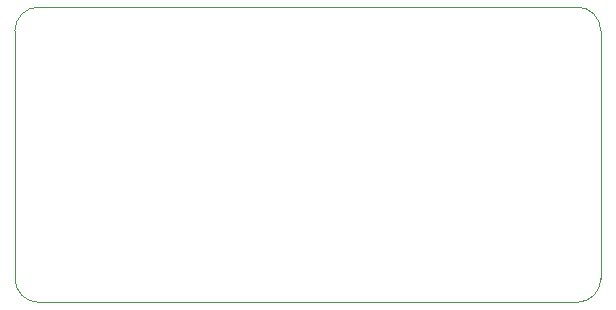
<source format=gko>
G04 #@! TF.GenerationSoftware,KiCad,Pcbnew,(5.1.12)-1*
G04 #@! TF.CreationDate,2022-03-26T22:23:47+08:00*
G04 #@! TF.ProjectId,Nozzle,4e6f7a7a-6c65-42e6-9b69-6361645f7063,0.5*
G04 #@! TF.SameCoordinates,Original*
G04 #@! TF.FileFunction,Profile,NP*
%FSLAX46Y46*%
G04 Gerber Fmt 4.6, Leading zero omitted, Abs format (unit mm)*
G04 Created by KiCad (PCBNEW (5.1.12)-1) date 2022-03-26 22:23:47*
%MOMM*%
%LPD*%
G01*
G04 APERTURE LIST*
G04 #@! TA.AperFunction,Profile*
%ADD10C,0.050000*%
G04 #@! TD*
G04 APERTURE END LIST*
D10*
X115330927Y-106906994D02*
X155932717Y-106906994D01*
X162926183Y-108911477D02*
X162931731Y-129899131D01*
X155932717Y-131907015D02*
X115330926Y-131907014D01*
X113330927Y-129907015D02*
X113330926Y-108906995D01*
X113330926Y-108906995D02*
G75*
G02*
X115330927Y-106906994I2000001J0D01*
G01*
X160921700Y-106906994D02*
G75*
G02*
X162926183Y-108911477I0J-2004483D01*
G01*
X115330926Y-131907014D02*
G75*
G02*
X113330927Y-129907015I0J1999999D01*
G01*
X162931731Y-129899131D02*
G75*
G02*
X160934400Y-131907015I-2007913J1D01*
G01*
X155932717Y-131907015D02*
X160934400Y-131907015D01*
X160921700Y-106906994D02*
X155932717Y-106906994D01*
M02*

</source>
